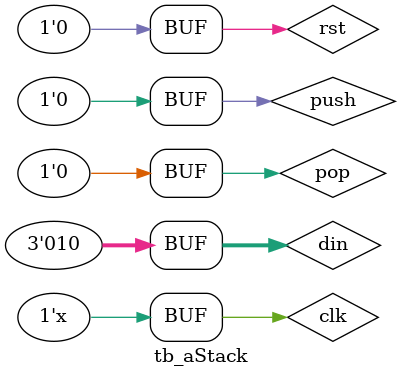
<source format=v>
`timescale 1ns / 1ps
module aStack #(parameter N = 8, WL = 10)
						(input clk, push, pop, rst, //clock, push, pop, and reset signals
						 input [WL-1:0] din, //input
						 output full, empty,
						 output reg error, //indicates whether stack is full/empty and an error signal
						 output reg [$clog2(N) - 1:0] sp, //stack pointer
						 output reg [WL-1:0] dout ); //data popped from the stack

reg [WL-1:0] myStack [N-1:0];

always@(posedge clk or posedge rst) begin
	if (rst) begin dout <= 0; error <= 0; sp <= 0; end
	else begin
		case ({push,pop})
			2'b01: begin 
					if (empty)
							error <= 1;
					else begin
							dout <= myStack[sp-1];
							error <= 0;
							sp <= sp - 1;
							end
					end
			2'b10: begin 
						if (full)
							error <= 1;
						else begin
								myStack[sp] <= din;
								error <= 0;
								sp <= sp + 1;
								end
					end
			2'b00: begin error <= 0;
						 dout <= 0;
					end
			default: error <= 1;
		endcase
	end
end
assign full = (sp >= N - 1); //assigns whether the stack is full or not
assign empty = (sp == 0);		//assigns whether the stack is empty or not
endmodule

module tb_aStack;
	parameter N = 4;
	parameter WL = 3;
	reg clk, push, pop, rst;
	reg [WL-1:0] din;
	wire full, empty, error;
	wire [$clog2(N) - 1:0] sp;
	wire [WL-1:0] dout;
	
	aStack #(.N(N), .WL(WL)) test1 (.clk(clk), .push(push), .pop(pop), .rst(rst), .din(din),
													.full(full), .empty(empty), .error(error), .sp(sp), .dout(dout));
	
	initial clk = 0;
	always #10 clk = ~clk;
	
	initial begin
	rst = 1; push = 0; pop = 0; din = 0;
	#5 rst = 0;
	#10 push = 1; din = 1;
	#20 din = 2;
	#20 din = 4;
	#20 din = 5;
	#20 din = 7;
	#20 din = 4; 
	#20 push = 0; pop = 1;
	#20 pop = 0; push = 1; din = 3;
	#20 din = 1;
	#20 push = 0; pop = 1;
	#20;
	#20;
	#20;
	#20;
	#20 push = 1; pop = 0; din = 2;
	#20 push = 0;
	//#15
	end

endmodule

</source>
